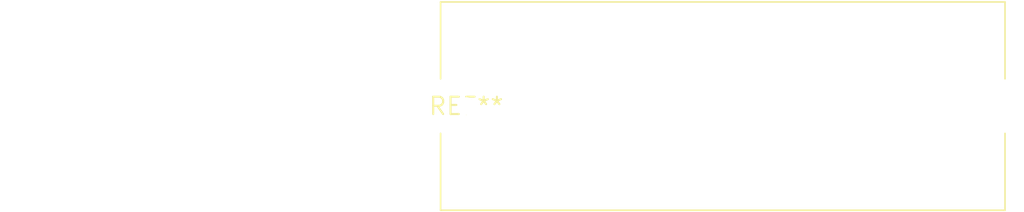
<source format=kicad_pcb>
(kicad_pcb (version 20240108) (generator pcbnew)
  (layers (0 "F.Cu" signal) (31 "B.Cu" signal) (34 "B.Paste" user) (35 "F.Paste" user) (36 "B.SilkS" user "B.Silkscreen") (37 "F.SilkS" user "F.Silkscreen") (38 "B.Mask" user) (39 "F.Mask" user) (44 "Edge.Cuts" user))
  (net 0 "")
  (footprint "Fuseholder_Cylinder-6.3x32mm_Schurter_0031-8002_Horizontal_Open" (layer "F.Cu") (at 0 0)
    (property "Reference" "REF**")
    (property "Value" "Fuseholder_Cylinder-6.3x32mm_Schurter_0031-8002_Horizontal_Open")
    (fp_line (start -1.88 -7.63) (end -1.88 -2) (layer "F.SilkS") (stroke (width 0.12)))
    (fp_line (start -1.88 -7.63) (end 39.38 -7.63) (layer "F.SilkS") (stroke (width 0.12)))
    (fp_line (start -1.88 2) (end -1.88 7.63) (layer "F.SilkS") (stroke (width 0.12)))
    (fp_line (start 39.38 -7.63) (end 39.38 -2) (layer "F.SilkS") (stroke (width 0.12)))
    (fp_line (start 39.38 2) (end 39.38 7.63) (layer "F.SilkS") (stroke (width 0.12)))
    (fp_line (start 39.38 7.63) (end -1.88 7.63) (layer "F.SilkS") (stroke (width 0.12)))
    (pad "" np_thru_hole circle (at 18.75 0) (size 3.2 3.2) (drill 3.2) (layers *.Cu *.Mask))
    (pad "1" thru_hole oval (at 0 0) (size 3.25 6) (drill 1.3) (layers *.Cu *.Mask) (remove_unused_layers))
    (pad "2" thru_hole oval (at 37.5 0) (size 3.25 6) (drill 1.3) (layers *.Cu *.Mask) (remove_unused_layers))
  )
)
</source>
